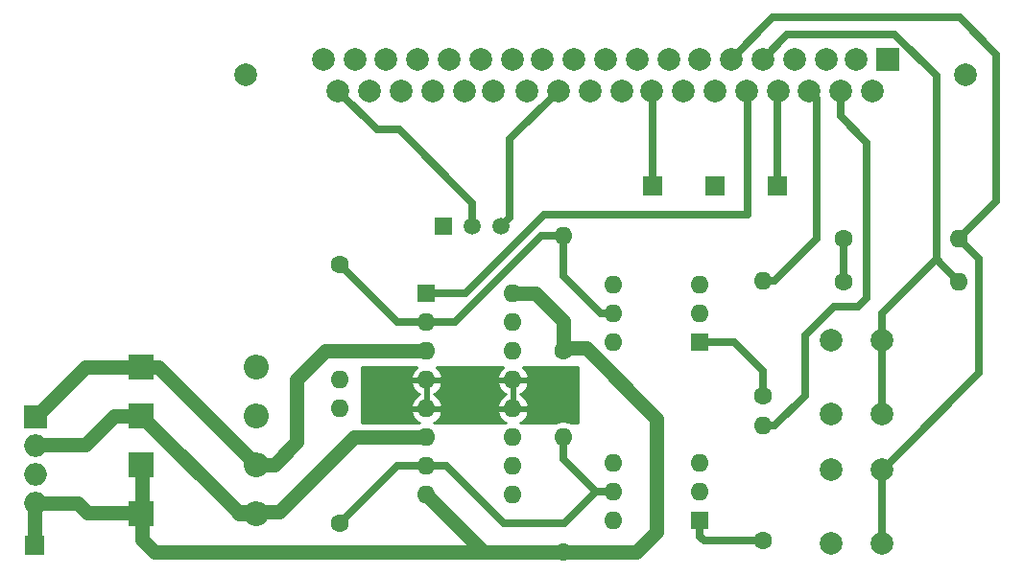
<source format=gbr>
G04 #@! TF.FileFunction,Copper,L1,Top,Signal*
%FSLAX46Y46*%
G04 Gerber Fmt 4.6, Leading zero omitted, Abs format (unit mm)*
G04 Created by KiCad (PCBNEW 4.0.6+dfsg1-1) date Sun Dec 10 15:34:36 2017*
%MOMM*%
%LPD*%
G01*
G04 APERTURE LIST*
%ADD10C,1.000000*%
%ADD11C,2.000000*%
%ADD12R,2.000000X2.000000*%
%ADD13C,1.000000*%
%ADD14O,1.998980X1.998980*%
%ADD15R,1.998980X1.998980*%
%ADD16C,1.520000*%
%ADD17R,1.520000X1.520000*%
%ADD18R,1.600000X1.600000*%
%ADD19O,1.600000X1.600000*%
%ADD20R,2.200000X2.200000*%
%ADD21O,2.200000X2.200000*%
%ADD22R,1.700000X1.700000*%
%ADD23C,1.600000*%
%ADD24C,0.635000*%
%ADD25C,1.270000*%
%ADD26C,0.254000*%
G04 APERTURE END LIST*
D10*
D11*
X86685001Y-53609500D03*
X150185001Y-53609500D03*
D12*
X143325001Y-52209500D03*
D11*
X140535001Y-52209500D03*
X137865001Y-52209500D03*
X135075001Y-52209500D03*
X132275001Y-52209500D03*
X129485001Y-52209500D03*
X126685001Y-52209500D03*
X124025001Y-52209500D03*
X121225001Y-52209500D03*
X118435001Y-52209500D03*
X115635001Y-52209500D03*
X112845001Y-52209500D03*
X110175001Y-52209500D03*
X107385001Y-52209500D03*
X104595001Y-52209500D03*
X101795001Y-52209500D03*
X99005001Y-52209500D03*
X96335001Y-52209500D03*
X93545001Y-52209500D03*
X141925001Y-54999500D03*
X139135001Y-54999500D03*
X136345001Y-54999500D03*
X133675001Y-54999500D03*
X130875001Y-54999500D03*
X128085001Y-54999500D03*
X125295001Y-54999500D03*
X122495001Y-54999500D03*
X119825001Y-54999500D03*
X117035001Y-54999500D03*
X114245001Y-54999500D03*
X111445001Y-54999500D03*
X108525001Y-54999500D03*
X105985001Y-54999500D03*
X103195001Y-54999500D03*
X100395001Y-54999500D03*
X97605001Y-54999500D03*
X94815001Y-54999500D03*
D13*
X100330000Y-80518000D03*
X100330000Y-83058000D03*
X98044000Y-80518000D03*
X98044000Y-83058000D03*
X104902000Y-80518000D03*
X104902000Y-83058000D03*
X107950000Y-80518000D03*
X107950000Y-83058000D03*
X112522000Y-83058000D03*
X112522000Y-80518000D03*
X114808000Y-83058000D03*
D14*
X68135500Y-91376500D03*
D15*
X68135500Y-83756500D03*
D14*
X68135500Y-86296500D03*
X68135500Y-88836500D03*
D11*
X142803000Y-94996000D03*
X138303000Y-94996000D03*
X142803000Y-88496000D03*
X138303000Y-88496000D03*
X142803000Y-83566000D03*
X138303000Y-83566000D03*
X142803000Y-77066000D03*
X138303000Y-77066000D03*
D16*
X106680000Y-66929000D03*
X109220000Y-66929000D03*
D17*
X104140000Y-66929000D03*
D18*
X126746000Y-77216000D03*
D19*
X119126000Y-72136000D03*
X126746000Y-74676000D03*
X119126000Y-74676000D03*
X126746000Y-72136000D03*
X119126000Y-77216000D03*
D18*
X126746000Y-92964000D03*
D19*
X119126000Y-87884000D03*
X126746000Y-90424000D03*
X119126000Y-90424000D03*
X126746000Y-87884000D03*
X119126000Y-92964000D03*
D20*
X77470000Y-88011000D03*
D21*
X87630000Y-88011000D03*
D20*
X77470000Y-79375000D03*
D21*
X87630000Y-79375000D03*
D20*
X77470000Y-92329000D03*
D21*
X87630000Y-92329000D03*
D20*
X77470000Y-83693000D03*
D21*
X87630000Y-83693000D03*
D22*
X128079500Y-63373000D03*
X122555000Y-63373000D03*
X68072000Y-95123000D03*
D23*
X139446000Y-68072000D03*
D19*
X149606000Y-68072000D03*
D23*
X139446000Y-71882000D03*
D19*
X149606000Y-71882000D03*
D23*
X132334000Y-81915000D03*
D19*
X132334000Y-71755000D03*
D23*
X132334000Y-94742000D03*
D19*
X132334000Y-84582000D03*
D23*
X114681000Y-77978000D03*
D19*
X114681000Y-67818000D03*
D23*
X94996000Y-70358000D03*
D19*
X94996000Y-80518000D03*
D23*
X114681000Y-95758000D03*
D19*
X114681000Y-85598000D03*
D23*
X94996000Y-93218000D03*
D19*
X94996000Y-83058000D03*
D18*
X102616000Y-72898000D03*
D19*
X110236000Y-90678000D03*
X102616000Y-75438000D03*
X110236000Y-88138000D03*
X102616000Y-77978000D03*
X110236000Y-85598000D03*
X102616000Y-80518000D03*
X110236000Y-83058000D03*
X102616000Y-83058000D03*
X110236000Y-80518000D03*
X102616000Y-85598000D03*
X110236000Y-77978000D03*
X102616000Y-88138000D03*
X110236000Y-75438000D03*
X102616000Y-90678000D03*
X110236000Y-72898000D03*
D13*
X114808000Y-80518000D03*
D22*
X133604000Y-63373000D03*
D24*
X141660000Y-54999500D02*
X141925001Y-54999500D01*
X135075001Y-52209500D02*
X134823571Y-52460930D01*
X109220000Y-66929000D02*
X109979999Y-66169001D01*
X109979999Y-66169001D02*
X109979999Y-59264502D01*
X109979999Y-59264502D02*
X114245001Y-54999500D01*
X93743806Y-52408305D02*
X93545001Y-52209500D01*
X147581500Y-69857500D02*
X147581500Y-53688697D01*
X147581500Y-53688697D02*
X143930803Y-50038000D01*
X143930803Y-50038000D02*
X134446501Y-50038000D01*
X134446501Y-50038000D02*
X132275001Y-52209500D01*
X142803000Y-77066000D02*
X142803000Y-74636000D01*
X142803000Y-74636000D02*
X147581500Y-69857500D01*
X147581500Y-69857500D02*
X148082000Y-70358000D01*
X148082000Y-70358000D02*
X149606000Y-71882000D01*
X142803000Y-77066000D02*
X142803000Y-78480213D01*
X142803000Y-78480213D02*
X142803000Y-83566000D01*
X143256000Y-76613000D02*
X142803000Y-77066000D01*
X149606000Y-68072000D02*
X152908000Y-64770000D01*
X152908000Y-64770000D02*
X152908000Y-51752500D01*
X152908000Y-51752500D02*
X149669500Y-48514000D01*
X149669500Y-48514000D02*
X133180501Y-48514000D01*
X133180501Y-48514000D02*
X129485001Y-52209500D01*
X149606000Y-68072000D02*
X151384000Y-69850000D01*
X151384000Y-79915000D02*
X143802999Y-87496001D01*
X151384000Y-69850000D02*
X151384000Y-79915000D01*
X143802999Y-87496001D02*
X142803000Y-88496000D01*
X142803000Y-88496000D02*
X142803000Y-89910213D01*
X142803000Y-89910213D02*
X142803000Y-94996000D01*
X133604000Y-63373000D02*
X133604000Y-55070501D01*
X133604000Y-55070501D02*
X133675001Y-54999500D01*
X122555000Y-63373000D02*
X122555000Y-55059499D01*
X122555000Y-55059499D02*
X122495001Y-54999500D01*
X139446000Y-71882000D02*
X139446000Y-70750630D01*
X139446000Y-70750630D02*
X139446000Y-69469000D01*
X139446000Y-69469000D02*
X139446000Y-68072000D01*
X100203000Y-58420000D02*
X98235501Y-58420000D01*
X98235501Y-58420000D02*
X94815001Y-54999500D01*
X106680000Y-64897000D02*
X100203000Y-58420000D01*
X106680000Y-66929000D02*
X106680000Y-64897000D01*
D25*
X68072000Y-95123000D02*
X68072000Y-91440000D01*
X68072000Y-91440000D02*
X68135500Y-91376500D01*
X114681000Y-95758000D02*
X107696000Y-95758000D01*
X114681000Y-95758000D02*
X121158000Y-95758000D01*
X107696000Y-95758000D02*
X121158000Y-95758000D01*
X112268000Y-72898000D02*
X110236000Y-72898000D01*
X121158000Y-95758000D02*
X122936000Y-93980000D01*
X122936000Y-93980000D02*
X122936000Y-83947000D01*
X122936000Y-83947000D02*
X116713000Y-77724000D01*
X116713000Y-77724000D02*
X114681000Y-77724000D01*
X114681000Y-77724000D02*
X114681000Y-75311000D01*
X114681000Y-75311000D02*
X112268000Y-72898000D01*
X107696000Y-95758000D02*
X94234000Y-95758000D01*
X94234000Y-95758000D02*
X78656000Y-95758000D01*
X71818500Y-91376500D02*
X72707500Y-92265500D01*
X72707500Y-92265500D02*
X77533500Y-92265500D01*
X68135500Y-91376500D02*
X71818500Y-91376500D01*
X77533500Y-92265500D02*
X77533500Y-88011000D01*
X77533500Y-94635500D02*
X77533500Y-92265500D01*
X78656000Y-95758000D02*
X77533500Y-94635500D01*
X107696000Y-95758000D02*
X102616000Y-90678000D01*
X91186000Y-86010634D02*
X91186000Y-80518000D01*
X87630000Y-88011000D02*
X89185634Y-88011000D01*
X89185634Y-88011000D02*
X91186000Y-86010634D01*
X68135500Y-83756500D02*
X72517000Y-79375000D01*
X72517000Y-79375000D02*
X77470000Y-79375000D01*
X78994000Y-79375000D02*
X77470000Y-79375000D01*
X87630000Y-88011000D02*
X78994000Y-79375000D01*
X91186000Y-80518000D02*
X93726000Y-77978000D01*
X93726000Y-77978000D02*
X102616000Y-77978000D01*
X85979000Y-92202000D02*
X85979000Y-92233634D01*
X85979000Y-92233634D02*
X86074366Y-92329000D01*
X86074366Y-92329000D02*
X87630000Y-92329000D01*
X68135500Y-86296500D02*
X68199000Y-86233000D01*
X68199000Y-86233000D02*
X72560000Y-86233000D01*
X72560000Y-86233000D02*
X75100000Y-83693000D01*
X75100000Y-83693000D02*
X77470000Y-83693000D01*
X101484630Y-85598000D02*
X102616000Y-85598000D01*
X89662000Y-92202000D02*
X96266000Y-85598000D01*
X85979000Y-92202000D02*
X89662000Y-92202000D01*
X96266000Y-85598000D02*
X101484630Y-85598000D01*
X77470000Y-83693000D02*
X85979000Y-92202000D01*
D24*
X136345001Y-54999500D02*
X137033000Y-55687499D01*
X137033000Y-55687499D02*
X137033000Y-68072000D01*
X137033000Y-68072000D02*
X133350000Y-71755000D01*
X133350000Y-71755000D02*
X132334000Y-71755000D01*
X133350000Y-84582000D02*
X132334000Y-84582000D01*
X133350000Y-84582000D02*
X136017000Y-81915000D01*
X136017000Y-81915000D02*
X136017000Y-76581000D01*
X136017000Y-76581000D02*
X138557000Y-74041000D01*
X138557000Y-74041000D02*
X140716000Y-74041000D01*
X140716000Y-74041000D02*
X141478000Y-73279000D01*
X141478000Y-73279000D02*
X141478000Y-59563000D01*
X141478000Y-59563000D02*
X139135001Y-57220001D01*
X139135001Y-57220001D02*
X139135001Y-54999500D01*
X102616000Y-72898000D02*
X106045000Y-72898000D01*
X106045000Y-72898000D02*
X113030000Y-65913000D01*
X113030000Y-65913000D02*
X130937000Y-65913000D01*
X130937000Y-65913000D02*
X130937000Y-55061499D01*
X130937000Y-55061499D02*
X130875001Y-54999500D01*
X132334000Y-81915000D02*
X132334000Y-79767630D01*
X129782370Y-77216000D02*
X126746000Y-77216000D01*
X132334000Y-79767630D02*
X129782370Y-77216000D01*
X126746000Y-92964000D02*
X126746000Y-94399000D01*
X126746000Y-94399000D02*
X127089000Y-94742000D01*
X127089000Y-94742000D02*
X131202630Y-94742000D01*
X131202630Y-94742000D02*
X132334000Y-94742000D01*
X102616000Y-75438000D02*
X105156000Y-75438000D01*
X105156000Y-75438000D02*
X112776000Y-67818000D01*
X112776000Y-67818000D02*
X113549630Y-67818000D01*
X113549630Y-67818000D02*
X114681000Y-67818000D01*
X119126000Y-74676000D02*
X117994630Y-74676000D01*
X117994630Y-74676000D02*
X114681000Y-71362370D01*
X114681000Y-71362370D02*
X114681000Y-68949370D01*
X114681000Y-68949370D02*
X114681000Y-67818000D01*
X94996000Y-70358000D02*
X100076000Y-75438000D01*
X100076000Y-75438000D02*
X102616000Y-75438000D01*
X94996000Y-93218000D02*
X100076000Y-88138000D01*
X100076000Y-88138000D02*
X102616000Y-88138000D01*
X119126000Y-90424000D02*
X117994630Y-90424000D01*
X117994630Y-90424000D02*
X117602000Y-90424000D01*
X114681000Y-85598000D02*
X114681000Y-87503000D01*
X114681000Y-87503000D02*
X117602000Y-90424000D01*
X117602000Y-90424000D02*
X114808000Y-93218000D01*
X114808000Y-93218000D02*
X109474000Y-93218000D01*
X109474000Y-93218000D02*
X104394000Y-88138000D01*
X104394000Y-88138000D02*
X102616000Y-88138000D01*
D26*
G36*
X101384959Y-79780577D02*
X101224096Y-80168961D01*
X101346085Y-80391000D01*
X102489000Y-80391000D01*
X102489000Y-80371000D01*
X102743000Y-80371000D01*
X102743000Y-80391000D01*
X103885915Y-80391000D01*
X104007904Y-80168961D01*
X103847041Y-79780577D01*
X103479639Y-79375000D01*
X109372361Y-79375000D01*
X109004959Y-79780577D01*
X108844096Y-80168961D01*
X108966085Y-80391000D01*
X110109000Y-80391000D01*
X110109000Y-80371000D01*
X110363000Y-80371000D01*
X110363000Y-80391000D01*
X111505915Y-80391000D01*
X111627904Y-80168961D01*
X111467041Y-79780577D01*
X111099639Y-79375000D01*
X114303397Y-79375000D01*
X114394309Y-79412750D01*
X114965187Y-79413248D01*
X115057754Y-79375000D01*
X115951000Y-79375000D01*
X115951000Y-84328000D01*
X115355686Y-84328000D01*
X115230151Y-84244120D01*
X114681000Y-84134887D01*
X114131849Y-84244120D01*
X114006314Y-84328000D01*
X110896725Y-84328000D01*
X110874297Y-84313014D01*
X111091134Y-84210389D01*
X111467041Y-83795423D01*
X111627904Y-83407039D01*
X111505915Y-83185000D01*
X110363000Y-83185000D01*
X110363000Y-83205000D01*
X110109000Y-83205000D01*
X110109000Y-83185000D01*
X108966085Y-83185000D01*
X108844096Y-83407039D01*
X109004959Y-83795423D01*
X109380866Y-84210389D01*
X109597703Y-84313014D01*
X109575275Y-84328000D01*
X103276725Y-84328000D01*
X103254297Y-84313014D01*
X103471134Y-84210389D01*
X103847041Y-83795423D01*
X104007904Y-83407039D01*
X103885915Y-83185000D01*
X102743000Y-83185000D01*
X102743000Y-83205000D01*
X102489000Y-83205000D01*
X102489000Y-83185000D01*
X101346085Y-83185000D01*
X101224096Y-83407039D01*
X101384959Y-83795423D01*
X101760866Y-84210389D01*
X101977703Y-84313014D01*
X101955275Y-84328000D01*
X96901000Y-84328000D01*
X96901000Y-80867039D01*
X101224096Y-80867039D01*
X101384959Y-81255423D01*
X101760866Y-81670389D01*
X102009367Y-81788000D01*
X101760866Y-81905611D01*
X101384959Y-82320577D01*
X101224096Y-82708961D01*
X101346085Y-82931000D01*
X102489000Y-82931000D01*
X102489000Y-80645000D01*
X102743000Y-80645000D01*
X102743000Y-82931000D01*
X103885915Y-82931000D01*
X104007904Y-82708961D01*
X103847041Y-82320577D01*
X103471134Y-81905611D01*
X103222633Y-81788000D01*
X103471134Y-81670389D01*
X103847041Y-81255423D01*
X104007904Y-80867039D01*
X108844096Y-80867039D01*
X109004959Y-81255423D01*
X109380866Y-81670389D01*
X109629367Y-81788000D01*
X109380866Y-81905611D01*
X109004959Y-82320577D01*
X108844096Y-82708961D01*
X108966085Y-82931000D01*
X110109000Y-82931000D01*
X110109000Y-80645000D01*
X110363000Y-80645000D01*
X110363000Y-82931000D01*
X111505915Y-82931000D01*
X111627904Y-82708961D01*
X111467041Y-82320577D01*
X111091134Y-81905611D01*
X110842633Y-81788000D01*
X111091134Y-81670389D01*
X111467041Y-81255423D01*
X111627904Y-80867039D01*
X111505915Y-80645000D01*
X110363000Y-80645000D01*
X110109000Y-80645000D01*
X108966085Y-80645000D01*
X108844096Y-80867039D01*
X104007904Y-80867039D01*
X103885915Y-80645000D01*
X102743000Y-80645000D01*
X102489000Y-80645000D01*
X101346085Y-80645000D01*
X101224096Y-80867039D01*
X96901000Y-80867039D01*
X96901000Y-79375000D01*
X101752361Y-79375000D01*
X101384959Y-79780577D01*
X101384959Y-79780577D01*
G37*
X101384959Y-79780577D02*
X101224096Y-80168961D01*
X101346085Y-80391000D01*
X102489000Y-80391000D01*
X102489000Y-80371000D01*
X102743000Y-80371000D01*
X102743000Y-80391000D01*
X103885915Y-80391000D01*
X104007904Y-80168961D01*
X103847041Y-79780577D01*
X103479639Y-79375000D01*
X109372361Y-79375000D01*
X109004959Y-79780577D01*
X108844096Y-80168961D01*
X108966085Y-80391000D01*
X110109000Y-80391000D01*
X110109000Y-80371000D01*
X110363000Y-80371000D01*
X110363000Y-80391000D01*
X111505915Y-80391000D01*
X111627904Y-80168961D01*
X111467041Y-79780577D01*
X111099639Y-79375000D01*
X114303397Y-79375000D01*
X114394309Y-79412750D01*
X114965187Y-79413248D01*
X115057754Y-79375000D01*
X115951000Y-79375000D01*
X115951000Y-84328000D01*
X115355686Y-84328000D01*
X115230151Y-84244120D01*
X114681000Y-84134887D01*
X114131849Y-84244120D01*
X114006314Y-84328000D01*
X110896725Y-84328000D01*
X110874297Y-84313014D01*
X111091134Y-84210389D01*
X111467041Y-83795423D01*
X111627904Y-83407039D01*
X111505915Y-83185000D01*
X110363000Y-83185000D01*
X110363000Y-83205000D01*
X110109000Y-83205000D01*
X110109000Y-83185000D01*
X108966085Y-83185000D01*
X108844096Y-83407039D01*
X109004959Y-83795423D01*
X109380866Y-84210389D01*
X109597703Y-84313014D01*
X109575275Y-84328000D01*
X103276725Y-84328000D01*
X103254297Y-84313014D01*
X103471134Y-84210389D01*
X103847041Y-83795423D01*
X104007904Y-83407039D01*
X103885915Y-83185000D01*
X102743000Y-83185000D01*
X102743000Y-83205000D01*
X102489000Y-83205000D01*
X102489000Y-83185000D01*
X101346085Y-83185000D01*
X101224096Y-83407039D01*
X101384959Y-83795423D01*
X101760866Y-84210389D01*
X101977703Y-84313014D01*
X101955275Y-84328000D01*
X96901000Y-84328000D01*
X96901000Y-80867039D01*
X101224096Y-80867039D01*
X101384959Y-81255423D01*
X101760866Y-81670389D01*
X102009367Y-81788000D01*
X101760866Y-81905611D01*
X101384959Y-82320577D01*
X101224096Y-82708961D01*
X101346085Y-82931000D01*
X102489000Y-82931000D01*
X102489000Y-80645000D01*
X102743000Y-80645000D01*
X102743000Y-82931000D01*
X103885915Y-82931000D01*
X104007904Y-82708961D01*
X103847041Y-82320577D01*
X103471134Y-81905611D01*
X103222633Y-81788000D01*
X103471134Y-81670389D01*
X103847041Y-81255423D01*
X104007904Y-80867039D01*
X108844096Y-80867039D01*
X109004959Y-81255423D01*
X109380866Y-81670389D01*
X109629367Y-81788000D01*
X109380866Y-81905611D01*
X109004959Y-82320577D01*
X108844096Y-82708961D01*
X108966085Y-82931000D01*
X110109000Y-82931000D01*
X110109000Y-80645000D01*
X110363000Y-80645000D01*
X110363000Y-82931000D01*
X111505915Y-82931000D01*
X111627904Y-82708961D01*
X111467041Y-82320577D01*
X111091134Y-81905611D01*
X110842633Y-81788000D01*
X111091134Y-81670389D01*
X111467041Y-81255423D01*
X111627904Y-80867039D01*
X111505915Y-80645000D01*
X110363000Y-80645000D01*
X110109000Y-80645000D01*
X108966085Y-80645000D01*
X108844096Y-80867039D01*
X104007904Y-80867039D01*
X103885915Y-80645000D01*
X102743000Y-80645000D01*
X102489000Y-80645000D01*
X101346085Y-80645000D01*
X101224096Y-80867039D01*
X96901000Y-80867039D01*
X96901000Y-79375000D01*
X101752361Y-79375000D01*
X101384959Y-79780577D01*
M02*

</source>
